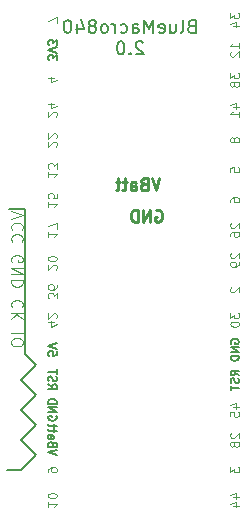
<source format=gbr>
G04 #@! TF.GenerationSoftware,KiCad,Pcbnew,(5.1.8)-1*
G04 #@! TF.CreationDate,2021-06-12T10:53:30+02:00*
G04 #@! TF.ProjectId,BlueMacro,426c7565-4d61-4637-926f-2e6b69636164,rev?*
G04 #@! TF.SameCoordinates,Original*
G04 #@! TF.FileFunction,Legend,Bot*
G04 #@! TF.FilePolarity,Positive*
%FSLAX46Y46*%
G04 Gerber Fmt 4.6, Leading zero omitted, Abs format (unit mm)*
G04 Created by KiCad (PCBNEW (5.1.8)-1) date 2021-06-12 10:53:30*
%MOMM*%
%LPD*%
G01*
G04 APERTURE LIST*
%ADD10C,0.170000*%
%ADD11C,0.100000*%
%ADD12C,0.250000*%
%ADD13C,0.200000*%
%ADD14C,0.150000*%
G04 APERTURE END LIST*
D10*
X53699714Y-31015428D02*
X53542571Y-31067809D01*
X53490190Y-31120190D01*
X53437809Y-31224952D01*
X53437809Y-31382095D01*
X53490190Y-31486857D01*
X53542571Y-31539238D01*
X53647333Y-31591619D01*
X54066380Y-31591619D01*
X54066380Y-30491619D01*
X53699714Y-30491619D01*
X53594952Y-30544000D01*
X53542571Y-30596380D01*
X53490190Y-30701142D01*
X53490190Y-30805904D01*
X53542571Y-30910666D01*
X53594952Y-30963047D01*
X53699714Y-31015428D01*
X54066380Y-31015428D01*
X52809238Y-31591619D02*
X52914000Y-31539238D01*
X52966380Y-31434476D01*
X52966380Y-30491619D01*
X51918761Y-30858285D02*
X51918761Y-31591619D01*
X52390190Y-30858285D02*
X52390190Y-31434476D01*
X52337809Y-31539238D01*
X52233047Y-31591619D01*
X52075904Y-31591619D01*
X51971142Y-31539238D01*
X51918761Y-31486857D01*
X50975904Y-31539238D02*
X51080666Y-31591619D01*
X51290190Y-31591619D01*
X51394952Y-31539238D01*
X51447333Y-31434476D01*
X51447333Y-31015428D01*
X51394952Y-30910666D01*
X51290190Y-30858285D01*
X51080666Y-30858285D01*
X50975904Y-30910666D01*
X50923523Y-31015428D01*
X50923523Y-31120190D01*
X51447333Y-31224952D01*
X50452095Y-31591619D02*
X50452095Y-30491619D01*
X50085428Y-31277333D01*
X49718761Y-30491619D01*
X49718761Y-31591619D01*
X48723523Y-31591619D02*
X48723523Y-31015428D01*
X48775904Y-30910666D01*
X48880666Y-30858285D01*
X49090190Y-30858285D01*
X49194952Y-30910666D01*
X48723523Y-31539238D02*
X48828285Y-31591619D01*
X49090190Y-31591619D01*
X49194952Y-31539238D01*
X49247333Y-31434476D01*
X49247333Y-31329714D01*
X49194952Y-31224952D01*
X49090190Y-31172571D01*
X48828285Y-31172571D01*
X48723523Y-31120190D01*
X47728285Y-31539238D02*
X47833047Y-31591619D01*
X48042571Y-31591619D01*
X48147333Y-31539238D01*
X48199714Y-31486857D01*
X48252095Y-31382095D01*
X48252095Y-31067809D01*
X48199714Y-30963047D01*
X48147333Y-30910666D01*
X48042571Y-30858285D01*
X47833047Y-30858285D01*
X47728285Y-30910666D01*
X47256857Y-31591619D02*
X47256857Y-30858285D01*
X47256857Y-31067809D02*
X47204476Y-30963047D01*
X47152095Y-30910666D01*
X47047333Y-30858285D01*
X46942571Y-30858285D01*
X46418761Y-31591619D02*
X46523523Y-31539238D01*
X46575904Y-31486857D01*
X46628285Y-31382095D01*
X46628285Y-31067809D01*
X46575904Y-30963047D01*
X46523523Y-30910666D01*
X46418761Y-30858285D01*
X46261619Y-30858285D01*
X46156857Y-30910666D01*
X46104476Y-30963047D01*
X46052095Y-31067809D01*
X46052095Y-31382095D01*
X46104476Y-31486857D01*
X46156857Y-31539238D01*
X46261619Y-31591619D01*
X46418761Y-31591619D01*
X45423523Y-30963047D02*
X45528285Y-30910666D01*
X45580666Y-30858285D01*
X45633047Y-30753523D01*
X45633047Y-30701142D01*
X45580666Y-30596380D01*
X45528285Y-30544000D01*
X45423523Y-30491619D01*
X45214000Y-30491619D01*
X45109238Y-30544000D01*
X45056857Y-30596380D01*
X45004476Y-30701142D01*
X45004476Y-30753523D01*
X45056857Y-30858285D01*
X45109238Y-30910666D01*
X45214000Y-30963047D01*
X45423523Y-30963047D01*
X45528285Y-31015428D01*
X45580666Y-31067809D01*
X45633047Y-31172571D01*
X45633047Y-31382095D01*
X45580666Y-31486857D01*
X45528285Y-31539238D01*
X45423523Y-31591619D01*
X45214000Y-31591619D01*
X45109238Y-31539238D01*
X45056857Y-31486857D01*
X45004476Y-31382095D01*
X45004476Y-31172571D01*
X45056857Y-31067809D01*
X45109238Y-31015428D01*
X45214000Y-30963047D01*
X44061619Y-30858285D02*
X44061619Y-31591619D01*
X44323523Y-30439238D02*
X44585428Y-31224952D01*
X43904476Y-31224952D01*
X43275904Y-30491619D02*
X43171142Y-30491619D01*
X43066380Y-30544000D01*
X43014000Y-30596380D01*
X42961619Y-30701142D01*
X42909238Y-30910666D01*
X42909238Y-31172571D01*
X42961619Y-31382095D01*
X43014000Y-31486857D01*
X43066380Y-31539238D01*
X43171142Y-31591619D01*
X43275904Y-31591619D01*
X43380666Y-31539238D01*
X43433047Y-31486857D01*
X43485428Y-31382095D01*
X43537809Y-31172571D01*
X43537809Y-30910666D01*
X43485428Y-30701142D01*
X43433047Y-30596380D01*
X43380666Y-30544000D01*
X43275904Y-30491619D01*
X49614000Y-32416380D02*
X49561619Y-32364000D01*
X49456857Y-32311619D01*
X49194952Y-32311619D01*
X49090190Y-32364000D01*
X49037809Y-32416380D01*
X48985428Y-32521142D01*
X48985428Y-32625904D01*
X49037809Y-32783047D01*
X49666380Y-33411619D01*
X48985428Y-33411619D01*
X48514000Y-33306857D02*
X48461619Y-33359238D01*
X48514000Y-33411619D01*
X48566380Y-33359238D01*
X48514000Y-33306857D01*
X48514000Y-33411619D01*
X47780666Y-32311619D02*
X47675904Y-32311619D01*
X47571142Y-32364000D01*
X47518761Y-32416380D01*
X47466380Y-32521142D01*
X47414000Y-32730666D01*
X47414000Y-32992571D01*
X47466380Y-33202095D01*
X47518761Y-33306857D01*
X47571142Y-33359238D01*
X47675904Y-33411619D01*
X47780666Y-33411619D01*
X47885428Y-33359238D01*
X47937809Y-33306857D01*
X47990190Y-33202095D01*
X48042571Y-32992571D01*
X48042571Y-32730666D01*
X47990190Y-32521142D01*
X47937809Y-32416380D01*
X47885428Y-32364000D01*
X47780666Y-32311619D01*
D11*
X57243285Y-70905714D02*
X57743285Y-70905714D01*
X56957571Y-70727142D02*
X57493285Y-70548571D01*
X57493285Y-71012857D01*
X57243285Y-71620000D02*
X57743285Y-71620000D01*
X56957571Y-71441428D02*
X57493285Y-71262857D01*
X57493285Y-71727142D01*
X56993285Y-68330000D02*
X56993285Y-68794285D01*
X57279000Y-68544285D01*
X57279000Y-68651428D01*
X57314714Y-68722857D01*
X57350428Y-68758571D01*
X57421857Y-68794285D01*
X57600428Y-68794285D01*
X57671857Y-68758571D01*
X57707571Y-68722857D01*
X57743285Y-68651428D01*
X57743285Y-68437142D01*
X57707571Y-68365714D01*
X57671857Y-68330000D01*
X57064714Y-65468571D02*
X57029000Y-65504285D01*
X56993285Y-65575714D01*
X56993285Y-65754285D01*
X57029000Y-65825714D01*
X57064714Y-65861428D01*
X57136142Y-65897142D01*
X57207571Y-65897142D01*
X57314714Y-65861428D01*
X57743285Y-65432857D01*
X57743285Y-65897142D01*
X57314714Y-66325714D02*
X57279000Y-66254285D01*
X57243285Y-66218571D01*
X57171857Y-66182857D01*
X57136142Y-66182857D01*
X57064714Y-66218571D01*
X57029000Y-66254285D01*
X56993285Y-66325714D01*
X56993285Y-66468571D01*
X57029000Y-66540000D01*
X57064714Y-66575714D01*
X57136142Y-66611428D01*
X57171857Y-66611428D01*
X57243285Y-66575714D01*
X57279000Y-66540000D01*
X57314714Y-66468571D01*
X57314714Y-66325714D01*
X57350428Y-66254285D01*
X57386142Y-66218571D01*
X57457571Y-66182857D01*
X57600428Y-66182857D01*
X57671857Y-66218571D01*
X57707571Y-66254285D01*
X57743285Y-66325714D01*
X57743285Y-66468571D01*
X57707571Y-66540000D01*
X57671857Y-66575714D01*
X57600428Y-66611428D01*
X57457571Y-66611428D01*
X57386142Y-66575714D01*
X57350428Y-66540000D01*
X57314714Y-66468571D01*
X57243285Y-63285714D02*
X57743285Y-63285714D01*
X56957571Y-63107142D02*
X57493285Y-62928571D01*
X57493285Y-63392857D01*
X56993285Y-64035714D02*
X56993285Y-63678571D01*
X57350428Y-63642857D01*
X57314714Y-63678571D01*
X57279000Y-63750000D01*
X57279000Y-63928571D01*
X57314714Y-64000000D01*
X57350428Y-64035714D01*
X57421857Y-64071428D01*
X57600428Y-64071428D01*
X57671857Y-64035714D01*
X57707571Y-64000000D01*
X57743285Y-63928571D01*
X57743285Y-63750000D01*
X57707571Y-63678571D01*
X57671857Y-63642857D01*
X56993285Y-55272857D02*
X56993285Y-55737142D01*
X57279000Y-55487142D01*
X57279000Y-55594285D01*
X57314714Y-55665714D01*
X57350428Y-55701428D01*
X57421857Y-55737142D01*
X57600428Y-55737142D01*
X57671857Y-55701428D01*
X57707571Y-55665714D01*
X57743285Y-55594285D01*
X57743285Y-55380000D01*
X57707571Y-55308571D01*
X57671857Y-55272857D01*
X56993285Y-56201428D02*
X56993285Y-56272857D01*
X57029000Y-56344285D01*
X57064714Y-56380000D01*
X57136142Y-56415714D01*
X57279000Y-56451428D01*
X57457571Y-56451428D01*
X57600428Y-56415714D01*
X57671857Y-56380000D01*
X57707571Y-56344285D01*
X57743285Y-56272857D01*
X57743285Y-56201428D01*
X57707571Y-56130000D01*
X57671857Y-56094285D01*
X57600428Y-56058571D01*
X57457571Y-56022857D01*
X57279000Y-56022857D01*
X57136142Y-56058571D01*
X57064714Y-56094285D01*
X57029000Y-56130000D01*
X56993285Y-56201428D01*
X57064714Y-53125714D02*
X57029000Y-53161428D01*
X56993285Y-53232857D01*
X56993285Y-53411428D01*
X57029000Y-53482857D01*
X57064714Y-53518571D01*
X57136142Y-53554285D01*
X57207571Y-53554285D01*
X57314714Y-53518571D01*
X57743285Y-53090000D01*
X57743285Y-53554285D01*
X57064714Y-50228571D02*
X57029000Y-50264285D01*
X56993285Y-50335714D01*
X56993285Y-50514285D01*
X57029000Y-50585714D01*
X57064714Y-50621428D01*
X57136142Y-50657142D01*
X57207571Y-50657142D01*
X57314714Y-50621428D01*
X57743285Y-50192857D01*
X57743285Y-50657142D01*
X57743285Y-51014285D02*
X57743285Y-51157142D01*
X57707571Y-51228571D01*
X57671857Y-51264285D01*
X57564714Y-51335714D01*
X57421857Y-51371428D01*
X57136142Y-51371428D01*
X57064714Y-51335714D01*
X57029000Y-51300000D01*
X56993285Y-51228571D01*
X56993285Y-51085714D01*
X57029000Y-51014285D01*
X57064714Y-50978571D01*
X57136142Y-50942857D01*
X57314714Y-50942857D01*
X57386142Y-50978571D01*
X57421857Y-51014285D01*
X57457571Y-51085714D01*
X57457571Y-51228571D01*
X57421857Y-51300000D01*
X57386142Y-51335714D01*
X57314714Y-51371428D01*
X57064714Y-47688571D02*
X57029000Y-47724285D01*
X56993285Y-47795714D01*
X56993285Y-47974285D01*
X57029000Y-48045714D01*
X57064714Y-48081428D01*
X57136142Y-48117142D01*
X57207571Y-48117142D01*
X57314714Y-48081428D01*
X57743285Y-47652857D01*
X57743285Y-48117142D01*
X56993285Y-48760000D02*
X56993285Y-48617142D01*
X57029000Y-48545714D01*
X57064714Y-48510000D01*
X57171857Y-48438571D01*
X57314714Y-48402857D01*
X57600428Y-48402857D01*
X57671857Y-48438571D01*
X57707571Y-48474285D01*
X57743285Y-48545714D01*
X57743285Y-48688571D01*
X57707571Y-48760000D01*
X57671857Y-48795714D01*
X57600428Y-48831428D01*
X57421857Y-48831428D01*
X57350428Y-48795714D01*
X57314714Y-48760000D01*
X57279000Y-48688571D01*
X57279000Y-48545714D01*
X57314714Y-48474285D01*
X57350428Y-48438571D01*
X57421857Y-48402857D01*
X56993285Y-45862857D02*
X56993285Y-45720000D01*
X57029000Y-45648571D01*
X57064714Y-45612857D01*
X57171857Y-45541428D01*
X57314714Y-45505714D01*
X57600428Y-45505714D01*
X57671857Y-45541428D01*
X57707571Y-45577142D01*
X57743285Y-45648571D01*
X57743285Y-45791428D01*
X57707571Y-45862857D01*
X57671857Y-45898571D01*
X57600428Y-45934285D01*
X57421857Y-45934285D01*
X57350428Y-45898571D01*
X57314714Y-45862857D01*
X57279000Y-45791428D01*
X57279000Y-45648571D01*
X57314714Y-45577142D01*
X57350428Y-45541428D01*
X57421857Y-45505714D01*
X56993285Y-43358571D02*
X56993285Y-43001428D01*
X57350428Y-42965714D01*
X57314714Y-43001428D01*
X57279000Y-43072857D01*
X57279000Y-43251428D01*
X57314714Y-43322857D01*
X57350428Y-43358571D01*
X57421857Y-43394285D01*
X57600428Y-43394285D01*
X57671857Y-43358571D01*
X57707571Y-43322857D01*
X57743285Y-43251428D01*
X57743285Y-43072857D01*
X57707571Y-43001428D01*
X57671857Y-42965714D01*
X57314714Y-40568571D02*
X57279000Y-40497142D01*
X57243285Y-40461428D01*
X57171857Y-40425714D01*
X57136142Y-40425714D01*
X57064714Y-40461428D01*
X57029000Y-40497142D01*
X56993285Y-40568571D01*
X56993285Y-40711428D01*
X57029000Y-40782857D01*
X57064714Y-40818571D01*
X57136142Y-40854285D01*
X57171857Y-40854285D01*
X57243285Y-40818571D01*
X57279000Y-40782857D01*
X57314714Y-40711428D01*
X57314714Y-40568571D01*
X57350428Y-40497142D01*
X57386142Y-40461428D01*
X57457571Y-40425714D01*
X57600428Y-40425714D01*
X57671857Y-40461428D01*
X57707571Y-40497142D01*
X57743285Y-40568571D01*
X57743285Y-40711428D01*
X57707571Y-40782857D01*
X57671857Y-40818571D01*
X57600428Y-40854285D01*
X57457571Y-40854285D01*
X57386142Y-40818571D01*
X57350428Y-40782857D01*
X57314714Y-40711428D01*
X57243285Y-37885714D02*
X57743285Y-37885714D01*
X56957571Y-37707142D02*
X57493285Y-37528571D01*
X57493285Y-37992857D01*
X57743285Y-38671428D02*
X57743285Y-38242857D01*
X57743285Y-38457142D02*
X56993285Y-38457142D01*
X57100428Y-38385714D01*
X57171857Y-38314285D01*
X57207571Y-38242857D01*
X56993285Y-34952857D02*
X56993285Y-35417142D01*
X57279000Y-35167142D01*
X57279000Y-35274285D01*
X57314714Y-35345714D01*
X57350428Y-35381428D01*
X57421857Y-35417142D01*
X57600428Y-35417142D01*
X57671857Y-35381428D01*
X57707571Y-35345714D01*
X57743285Y-35274285D01*
X57743285Y-35060000D01*
X57707571Y-34988571D01*
X57671857Y-34952857D01*
X57314714Y-35845714D02*
X57279000Y-35774285D01*
X57243285Y-35738571D01*
X57171857Y-35702857D01*
X57136142Y-35702857D01*
X57064714Y-35738571D01*
X57029000Y-35774285D01*
X56993285Y-35845714D01*
X56993285Y-35988571D01*
X57029000Y-36060000D01*
X57064714Y-36095714D01*
X57136142Y-36131428D01*
X57171857Y-36131428D01*
X57243285Y-36095714D01*
X57279000Y-36060000D01*
X57314714Y-35988571D01*
X57314714Y-35845714D01*
X57350428Y-35774285D01*
X57386142Y-35738571D01*
X57457571Y-35702857D01*
X57600428Y-35702857D01*
X57671857Y-35738571D01*
X57707571Y-35774285D01*
X57743285Y-35845714D01*
X57743285Y-35988571D01*
X57707571Y-36060000D01*
X57671857Y-36095714D01*
X57600428Y-36131428D01*
X57457571Y-36131428D01*
X57386142Y-36095714D01*
X57350428Y-36060000D01*
X57314714Y-35988571D01*
X57743285Y-32877142D02*
X57743285Y-32448571D01*
X57743285Y-32662857D02*
X56993285Y-32662857D01*
X57100428Y-32591428D01*
X57171857Y-32520000D01*
X57207571Y-32448571D01*
X57064714Y-33162857D02*
X57029000Y-33198571D01*
X56993285Y-33270000D01*
X56993285Y-33448571D01*
X57029000Y-33520000D01*
X57064714Y-33555714D01*
X57136142Y-33591428D01*
X57207571Y-33591428D01*
X57314714Y-33555714D01*
X57743285Y-33127142D01*
X57743285Y-33591428D01*
X56993285Y-29872857D02*
X56993285Y-30337142D01*
X57279000Y-30087142D01*
X57279000Y-30194285D01*
X57314714Y-30265714D01*
X57350428Y-30301428D01*
X57421857Y-30337142D01*
X57600428Y-30337142D01*
X57671857Y-30301428D01*
X57707571Y-30265714D01*
X57743285Y-30194285D01*
X57743285Y-29980000D01*
X57707571Y-29908571D01*
X57671857Y-29872857D01*
X57243285Y-30980000D02*
X57743285Y-30980000D01*
X56957571Y-30801428D02*
X57493285Y-30622857D01*
X57493285Y-31087142D01*
X41570714Y-68722857D02*
X41570714Y-68580000D01*
X41606428Y-68508571D01*
X41642142Y-68472857D01*
X41749285Y-68401428D01*
X41892142Y-68365714D01*
X42177857Y-68365714D01*
X42249285Y-68401428D01*
X42285000Y-68437142D01*
X42320714Y-68508571D01*
X42320714Y-68651428D01*
X42285000Y-68722857D01*
X42249285Y-68758571D01*
X42177857Y-68794285D01*
X41999285Y-68794285D01*
X41927857Y-68758571D01*
X41892142Y-68722857D01*
X41856428Y-68651428D01*
X41856428Y-68508571D01*
X41892142Y-68437142D01*
X41927857Y-68401428D01*
X41999285Y-68365714D01*
X41570714Y-71262857D02*
X41570714Y-71691428D01*
X41570714Y-71477142D02*
X42320714Y-71477142D01*
X42213571Y-71548571D01*
X42142142Y-71620000D01*
X42106428Y-71691428D01*
X42320714Y-70798571D02*
X42320714Y-70727142D01*
X42285000Y-70655714D01*
X42249285Y-70620000D01*
X42177857Y-70584285D01*
X42035000Y-70548571D01*
X41856428Y-70548571D01*
X41713571Y-70584285D01*
X41642142Y-70620000D01*
X41606428Y-70655714D01*
X41570714Y-70727142D01*
X41570714Y-70798571D01*
X41606428Y-70870000D01*
X41642142Y-70905714D01*
X41713571Y-70941428D01*
X41856428Y-70977142D01*
X42035000Y-70977142D01*
X42177857Y-70941428D01*
X42249285Y-70905714D01*
X42285000Y-70870000D01*
X42320714Y-70798571D01*
X42070714Y-56094285D02*
X41570714Y-56094285D01*
X42356428Y-56272857D02*
X41820714Y-56451428D01*
X41820714Y-55987142D01*
X42249285Y-55737142D02*
X42285000Y-55701428D01*
X42320714Y-55630000D01*
X42320714Y-55451428D01*
X42285000Y-55380000D01*
X42249285Y-55344285D01*
X42177857Y-55308571D01*
X42106428Y-55308571D01*
X41999285Y-55344285D01*
X41570714Y-55772857D01*
X41570714Y-55308571D01*
X42320714Y-54061442D02*
X42320714Y-53597157D01*
X42035000Y-53847157D01*
X42035000Y-53740014D01*
X41999285Y-53668585D01*
X41963571Y-53632871D01*
X41892142Y-53597157D01*
X41713571Y-53597157D01*
X41642142Y-53632871D01*
X41606428Y-53668585D01*
X41570714Y-53740014D01*
X41570714Y-53954300D01*
X41606428Y-54025728D01*
X41642142Y-54061442D01*
X42320714Y-52954300D02*
X42320714Y-53097157D01*
X42285000Y-53168585D01*
X42249285Y-53204300D01*
X42142142Y-53275728D01*
X41999285Y-53311442D01*
X41713571Y-53311442D01*
X41642142Y-53275728D01*
X41606428Y-53240014D01*
X41570714Y-53168585D01*
X41570714Y-53025728D01*
X41606428Y-52954300D01*
X41642142Y-52918585D01*
X41713571Y-52882871D01*
X41892142Y-52882871D01*
X41963571Y-52918585D01*
X41999285Y-52954300D01*
X42035000Y-53025728D01*
X42035000Y-53168585D01*
X41999285Y-53240014D01*
X41963571Y-53275728D01*
X41892142Y-53311442D01*
X42249285Y-51625428D02*
X42285000Y-51589714D01*
X42320714Y-51518285D01*
X42320714Y-51339714D01*
X42285000Y-51268285D01*
X42249285Y-51232571D01*
X42177857Y-51196857D01*
X42106428Y-51196857D01*
X41999285Y-51232571D01*
X41570714Y-51661142D01*
X41570714Y-51196857D01*
X42320714Y-50732571D02*
X42320714Y-50661142D01*
X42285000Y-50589714D01*
X42249285Y-50554000D01*
X42177857Y-50518285D01*
X42035000Y-50482571D01*
X41856428Y-50482571D01*
X41713571Y-50518285D01*
X41642142Y-50554000D01*
X41606428Y-50589714D01*
X41570714Y-50661142D01*
X41570714Y-50732571D01*
X41606428Y-50804000D01*
X41642142Y-50839714D01*
X41713571Y-50875428D01*
X41856428Y-50911142D01*
X42035000Y-50911142D01*
X42177857Y-50875428D01*
X42249285Y-50839714D01*
X42285000Y-50804000D01*
X42320714Y-50732571D01*
X41570714Y-48402857D02*
X41570714Y-48831428D01*
X41570714Y-48617142D02*
X42320714Y-48617142D01*
X42213571Y-48688571D01*
X42142142Y-48760000D01*
X42106428Y-48831428D01*
X42320714Y-48152857D02*
X42320714Y-47652857D01*
X41570714Y-47974285D01*
X41570714Y-45862857D02*
X41570714Y-46291428D01*
X41570714Y-46077142D02*
X42320714Y-46077142D01*
X42213571Y-46148571D01*
X42142142Y-46220000D01*
X42106428Y-46291428D01*
X42320714Y-45184285D02*
X42320714Y-45541428D01*
X41963571Y-45577142D01*
X41999285Y-45541428D01*
X42035000Y-45470000D01*
X42035000Y-45291428D01*
X41999285Y-45220000D01*
X41963571Y-45184285D01*
X41892142Y-45148571D01*
X41713571Y-45148571D01*
X41642142Y-45184285D01*
X41606428Y-45220000D01*
X41570714Y-45291428D01*
X41570714Y-45470000D01*
X41606428Y-45541428D01*
X41642142Y-45577142D01*
X41570714Y-43322857D02*
X41570714Y-43751428D01*
X41570714Y-43537142D02*
X42320714Y-43537142D01*
X42213571Y-43608571D01*
X42142142Y-43680000D01*
X42106428Y-43751428D01*
X42320714Y-43072857D02*
X42320714Y-42608571D01*
X42035000Y-42858571D01*
X42035000Y-42751428D01*
X41999285Y-42680000D01*
X41963571Y-42644285D01*
X41892142Y-42608571D01*
X41713571Y-42608571D01*
X41642142Y-42644285D01*
X41606428Y-42680000D01*
X41570714Y-42751428D01*
X41570714Y-42965714D01*
X41606428Y-43037142D01*
X41642142Y-43072857D01*
X42249285Y-41211428D02*
X42285000Y-41175714D01*
X42320714Y-41104285D01*
X42320714Y-40925714D01*
X42285000Y-40854285D01*
X42249285Y-40818571D01*
X42177857Y-40782857D01*
X42106428Y-40782857D01*
X41999285Y-40818571D01*
X41570714Y-41247142D01*
X41570714Y-40782857D01*
X42249285Y-40497142D02*
X42285000Y-40461428D01*
X42320714Y-40390000D01*
X42320714Y-40211428D01*
X42285000Y-40140000D01*
X42249285Y-40104285D01*
X42177857Y-40068571D01*
X42106428Y-40068571D01*
X41999285Y-40104285D01*
X41570714Y-40532857D01*
X41570714Y-40068571D01*
X42249285Y-38671428D02*
X42285000Y-38635714D01*
X42320714Y-38564285D01*
X42320714Y-38385714D01*
X42285000Y-38314285D01*
X42249285Y-38278571D01*
X42177857Y-38242857D01*
X42106428Y-38242857D01*
X41999285Y-38278571D01*
X41570714Y-38707142D01*
X41570714Y-38242857D01*
X42070714Y-37600000D02*
X41570714Y-37600000D01*
X42356428Y-37778571D02*
X41820714Y-37957142D01*
X41820714Y-37492857D01*
X42070714Y-35417142D02*
X41570714Y-35417142D01*
X42356428Y-35595714D02*
X41820714Y-35774285D01*
X41820714Y-35310000D01*
X42320714Y-30730000D02*
X42320714Y-30230000D01*
X41570714Y-30551428D01*
D12*
X50672904Y-46617000D02*
X50768142Y-46569380D01*
X50911000Y-46569380D01*
X51053857Y-46617000D01*
X51149095Y-46712238D01*
X51196714Y-46807476D01*
X51244333Y-46997952D01*
X51244333Y-47140809D01*
X51196714Y-47331285D01*
X51149095Y-47426523D01*
X51053857Y-47521761D01*
X50911000Y-47569380D01*
X50815761Y-47569380D01*
X50672904Y-47521761D01*
X50625285Y-47474142D01*
X50625285Y-47140809D01*
X50815761Y-47140809D01*
X50196714Y-47569380D02*
X50196714Y-46569380D01*
X49625285Y-47569380D01*
X49625285Y-46569380D01*
X49149095Y-47569380D02*
X49149095Y-46569380D01*
X48911000Y-46569380D01*
X48768142Y-46617000D01*
X48672904Y-46712238D01*
X48625285Y-46807476D01*
X48577666Y-46997952D01*
X48577666Y-47140809D01*
X48625285Y-47331285D01*
X48672904Y-47426523D01*
X48768142Y-47521761D01*
X48911000Y-47569380D01*
X49149095Y-47569380D01*
X51006142Y-43902380D02*
X50672809Y-44902380D01*
X50339476Y-43902380D01*
X49672809Y-44378571D02*
X49529952Y-44426190D01*
X49482333Y-44473809D01*
X49434714Y-44569047D01*
X49434714Y-44711904D01*
X49482333Y-44807142D01*
X49529952Y-44854761D01*
X49625190Y-44902380D01*
X50006142Y-44902380D01*
X50006142Y-43902380D01*
X49672809Y-43902380D01*
X49577571Y-43950000D01*
X49529952Y-43997619D01*
X49482333Y-44092857D01*
X49482333Y-44188095D01*
X49529952Y-44283333D01*
X49577571Y-44330952D01*
X49672809Y-44378571D01*
X50006142Y-44378571D01*
X48577571Y-44902380D02*
X48577571Y-44378571D01*
X48625190Y-44283333D01*
X48720428Y-44235714D01*
X48910904Y-44235714D01*
X49006142Y-44283333D01*
X48577571Y-44854761D02*
X48672809Y-44902380D01*
X48910904Y-44902380D01*
X49006142Y-44854761D01*
X49053761Y-44759523D01*
X49053761Y-44664285D01*
X49006142Y-44569047D01*
X48910904Y-44521428D01*
X48672809Y-44521428D01*
X48577571Y-44473809D01*
X48244238Y-44235714D02*
X47863285Y-44235714D01*
X48101380Y-43902380D02*
X48101380Y-44759523D01*
X48053761Y-44854761D01*
X47958523Y-44902380D01*
X47863285Y-44902380D01*
X47672809Y-44235714D02*
X47291857Y-44235714D01*
X47529952Y-43902380D02*
X47529952Y-44759523D01*
X47482333Y-44854761D01*
X47387095Y-44902380D01*
X47291857Y-44902380D01*
D13*
X39624000Y-58801000D02*
X40513000Y-59690000D01*
X39243000Y-68580000D02*
X38100000Y-68580000D01*
X40513000Y-67310000D02*
X39243000Y-68580000D01*
X39243000Y-66040000D02*
X40513000Y-67310000D01*
X40513000Y-64770000D02*
X39243000Y-66040000D01*
X39243000Y-63500000D02*
X40513000Y-64770000D01*
X40513000Y-62230000D02*
X39243000Y-63500000D01*
X39243000Y-60960000D02*
X40513000Y-62230000D01*
X40513000Y-59690000D02*
X39243000Y-60960000D01*
X39624000Y-46482000D02*
X39624000Y-58801000D01*
X38227000Y-46482000D02*
X39624000Y-46482000D01*
D11*
X38441380Y-46689095D02*
X39441380Y-47022428D01*
X38441380Y-47355761D01*
X39346142Y-48260523D02*
X39393761Y-48212904D01*
X39441380Y-48070047D01*
X39441380Y-47974809D01*
X39393761Y-47831952D01*
X39298523Y-47736714D01*
X39203285Y-47689095D01*
X39012809Y-47641476D01*
X38869952Y-47641476D01*
X38679476Y-47689095D01*
X38584238Y-47736714D01*
X38489000Y-47831952D01*
X38441380Y-47974809D01*
X38441380Y-48070047D01*
X38489000Y-48212904D01*
X38536619Y-48260523D01*
X39346142Y-49260523D02*
X39393761Y-49212904D01*
X39441380Y-49070047D01*
X39441380Y-48974809D01*
X39393761Y-48831952D01*
X39298523Y-48736714D01*
X39203285Y-48689095D01*
X39012809Y-48641476D01*
X38869952Y-48641476D01*
X38679476Y-48689095D01*
X38584238Y-48736714D01*
X38489000Y-48831952D01*
X38441380Y-48974809D01*
X38441380Y-49070047D01*
X38489000Y-49212904D01*
X38536619Y-49260523D01*
X38489000Y-50974809D02*
X38441380Y-50879571D01*
X38441380Y-50736714D01*
X38489000Y-50593857D01*
X38584238Y-50498619D01*
X38679476Y-50451000D01*
X38869952Y-50403380D01*
X39012809Y-50403380D01*
X39203285Y-50451000D01*
X39298523Y-50498619D01*
X39393761Y-50593857D01*
X39441380Y-50736714D01*
X39441380Y-50831952D01*
X39393761Y-50974809D01*
X39346142Y-51022428D01*
X39012809Y-51022428D01*
X39012809Y-50831952D01*
X39441380Y-51451000D02*
X38441380Y-51451000D01*
X39441380Y-52022428D01*
X38441380Y-52022428D01*
X39441380Y-52498619D02*
X38441380Y-52498619D01*
X38441380Y-52736714D01*
X38489000Y-52879571D01*
X38584238Y-52974809D01*
X38679476Y-53022428D01*
X38869952Y-53070047D01*
X39012809Y-53070047D01*
X39203285Y-53022428D01*
X39298523Y-52974809D01*
X39393761Y-52879571D01*
X39441380Y-52736714D01*
X39441380Y-52498619D01*
X39346142Y-54831952D02*
X39393761Y-54784333D01*
X39441380Y-54641476D01*
X39441380Y-54546238D01*
X39393761Y-54403380D01*
X39298523Y-54308142D01*
X39203285Y-54260523D01*
X39012809Y-54212904D01*
X38869952Y-54212904D01*
X38679476Y-54260523D01*
X38584238Y-54308142D01*
X38489000Y-54403380D01*
X38441380Y-54546238D01*
X38441380Y-54641476D01*
X38489000Y-54784333D01*
X38536619Y-54831952D01*
X39441380Y-55260523D02*
X38441380Y-55260523D01*
X39441380Y-55831952D02*
X38869952Y-55403380D01*
X38441380Y-55831952D02*
X39012809Y-55260523D01*
X39441380Y-57022428D02*
X38441380Y-57022428D01*
X38441380Y-57689095D02*
X38441380Y-57879571D01*
X38489000Y-57974809D01*
X38584238Y-58070047D01*
X38774714Y-58117666D01*
X39108047Y-58117666D01*
X39298523Y-58070047D01*
X39393761Y-57974809D01*
X39441380Y-57879571D01*
X39441380Y-57689095D01*
X39393761Y-57593857D01*
X39298523Y-57498619D01*
X39108047Y-57451000D01*
X38774714Y-57451000D01*
X38584238Y-57498619D01*
X38489000Y-57593857D01*
X38441380Y-57689095D01*
D14*
X42293333Y-33886666D02*
X42293333Y-33453333D01*
X42026666Y-33686666D01*
X42026666Y-33586666D01*
X41993333Y-33520000D01*
X41960000Y-33486666D01*
X41893333Y-33453333D01*
X41726666Y-33453333D01*
X41660000Y-33486666D01*
X41626666Y-33520000D01*
X41593333Y-33586666D01*
X41593333Y-33786666D01*
X41626666Y-33853333D01*
X41660000Y-33886666D01*
X42293333Y-33253333D02*
X41593333Y-33020000D01*
X42293333Y-32786666D01*
X42293333Y-32620000D02*
X42293333Y-32186666D01*
X42026666Y-32420000D01*
X42026666Y-32320000D01*
X41993333Y-32253333D01*
X41960000Y-32220000D01*
X41893333Y-32186666D01*
X41726666Y-32186666D01*
X41660000Y-32220000D01*
X41626666Y-32253333D01*
X41593333Y-32320000D01*
X41593333Y-32520000D01*
X41626666Y-32586666D01*
X41660000Y-32620000D01*
X41593333Y-61343333D02*
X41926666Y-61576666D01*
X41593333Y-61743333D02*
X42293333Y-61743333D01*
X42293333Y-61476666D01*
X42260000Y-61410000D01*
X42226666Y-61376666D01*
X42160000Y-61343333D01*
X42060000Y-61343333D01*
X41993333Y-61376666D01*
X41960000Y-61410000D01*
X41926666Y-61476666D01*
X41926666Y-61743333D01*
X41626666Y-61076666D02*
X41593333Y-60976666D01*
X41593333Y-60810000D01*
X41626666Y-60743333D01*
X41660000Y-60710000D01*
X41726666Y-60676666D01*
X41793333Y-60676666D01*
X41860000Y-60710000D01*
X41893333Y-60743333D01*
X41926666Y-60810000D01*
X41960000Y-60943333D01*
X41993333Y-61010000D01*
X42026666Y-61043333D01*
X42093333Y-61076666D01*
X42160000Y-61076666D01*
X42226666Y-61043333D01*
X42260000Y-61010000D01*
X42293333Y-60943333D01*
X42293333Y-60776666D01*
X42260000Y-60676666D01*
X42293333Y-60476666D02*
X42293333Y-60076666D01*
X41593333Y-60276666D02*
X42293333Y-60276666D01*
X57054000Y-57886666D02*
X57020666Y-57820000D01*
X57020666Y-57720000D01*
X57054000Y-57620000D01*
X57120666Y-57553333D01*
X57187333Y-57520000D01*
X57320666Y-57486666D01*
X57420666Y-57486666D01*
X57554000Y-57520000D01*
X57620666Y-57553333D01*
X57687333Y-57620000D01*
X57720666Y-57720000D01*
X57720666Y-57786666D01*
X57687333Y-57886666D01*
X57654000Y-57920000D01*
X57420666Y-57920000D01*
X57420666Y-57786666D01*
X57720666Y-58220000D02*
X57020666Y-58220000D01*
X57720666Y-58620000D01*
X57020666Y-58620000D01*
X57720666Y-58953333D02*
X57020666Y-58953333D01*
X57020666Y-59120000D01*
X57054000Y-59220000D01*
X57120666Y-59286666D01*
X57187333Y-59320000D01*
X57320666Y-59353333D01*
X57420666Y-59353333D01*
X57554000Y-59320000D01*
X57620666Y-59286666D01*
X57687333Y-59220000D01*
X57720666Y-59120000D01*
X57720666Y-58953333D01*
X42293333Y-58553333D02*
X42293333Y-58886666D01*
X41960000Y-58920000D01*
X41993333Y-58886666D01*
X42026666Y-58820000D01*
X42026666Y-58653333D01*
X41993333Y-58586666D01*
X41960000Y-58553333D01*
X41893333Y-58520000D01*
X41726666Y-58520000D01*
X41660000Y-58553333D01*
X41626666Y-58586666D01*
X41593333Y-58653333D01*
X41593333Y-58820000D01*
X41626666Y-58886666D01*
X41660000Y-58920000D01*
X42293333Y-58320000D02*
X41593333Y-58086666D01*
X42293333Y-57853333D01*
X57720666Y-60576666D02*
X57387333Y-60343333D01*
X57720666Y-60176666D02*
X57020666Y-60176666D01*
X57020666Y-60443333D01*
X57054000Y-60510000D01*
X57087333Y-60543333D01*
X57154000Y-60576666D01*
X57254000Y-60576666D01*
X57320666Y-60543333D01*
X57354000Y-60510000D01*
X57387333Y-60443333D01*
X57387333Y-60176666D01*
X57687333Y-60843333D02*
X57720666Y-60943333D01*
X57720666Y-61110000D01*
X57687333Y-61176666D01*
X57654000Y-61210000D01*
X57587333Y-61243333D01*
X57520666Y-61243333D01*
X57454000Y-61210000D01*
X57420666Y-61176666D01*
X57387333Y-61110000D01*
X57354000Y-60976666D01*
X57320666Y-60910000D01*
X57287333Y-60876666D01*
X57220666Y-60843333D01*
X57154000Y-60843333D01*
X57087333Y-60876666D01*
X57054000Y-60910000D01*
X57020666Y-60976666D01*
X57020666Y-61143333D01*
X57054000Y-61243333D01*
X57020666Y-61443333D02*
X57020666Y-61843333D01*
X57720666Y-61643333D02*
X57020666Y-61643333D01*
X42260000Y-64033333D02*
X42293333Y-64100000D01*
X42293333Y-64200000D01*
X42260000Y-64300000D01*
X42193333Y-64366666D01*
X42126666Y-64400000D01*
X41993333Y-64433333D01*
X41893333Y-64433333D01*
X41760000Y-64400000D01*
X41693333Y-64366666D01*
X41626666Y-64300000D01*
X41593333Y-64200000D01*
X41593333Y-64133333D01*
X41626666Y-64033333D01*
X41660000Y-64000000D01*
X41893333Y-64000000D01*
X41893333Y-64133333D01*
X41593333Y-63700000D02*
X42293333Y-63700000D01*
X41593333Y-63300000D01*
X42293333Y-63300000D01*
X41593333Y-62966666D02*
X42293333Y-62966666D01*
X42293333Y-62800000D01*
X42260000Y-62700000D01*
X42193333Y-62633333D01*
X42126666Y-62600000D01*
X41993333Y-62566666D01*
X41893333Y-62566666D01*
X41760000Y-62600000D01*
X41693333Y-62633333D01*
X41626666Y-62700000D01*
X41593333Y-62800000D01*
X41593333Y-62966666D01*
X42293333Y-67340000D02*
X41593333Y-67106666D01*
X42293333Y-66873333D01*
X41960000Y-66406666D02*
X41926666Y-66306666D01*
X41893333Y-66273333D01*
X41826666Y-66240000D01*
X41726666Y-66240000D01*
X41660000Y-66273333D01*
X41626666Y-66306666D01*
X41593333Y-66373333D01*
X41593333Y-66640000D01*
X42293333Y-66640000D01*
X42293333Y-66406666D01*
X42260000Y-66340000D01*
X42226666Y-66306666D01*
X42160000Y-66273333D01*
X42093333Y-66273333D01*
X42026666Y-66306666D01*
X41993333Y-66340000D01*
X41960000Y-66406666D01*
X41960000Y-66640000D01*
X41593333Y-65640000D02*
X41960000Y-65640000D01*
X42026666Y-65673333D01*
X42060000Y-65740000D01*
X42060000Y-65873333D01*
X42026666Y-65940000D01*
X41626666Y-65640000D02*
X41593333Y-65706666D01*
X41593333Y-65873333D01*
X41626666Y-65940000D01*
X41693333Y-65973333D01*
X41760000Y-65973333D01*
X41826666Y-65940000D01*
X41860000Y-65873333D01*
X41860000Y-65706666D01*
X41893333Y-65640000D01*
X42060000Y-65406666D02*
X42060000Y-65140000D01*
X42293333Y-65306666D02*
X41693333Y-65306666D01*
X41626666Y-65273333D01*
X41593333Y-65206666D01*
X41593333Y-65140000D01*
X42060000Y-65006666D02*
X42060000Y-64740000D01*
X42293333Y-64906666D02*
X41693333Y-64906666D01*
X41626666Y-64873333D01*
X41593333Y-64806666D01*
X41593333Y-64740000D01*
M02*

</source>
